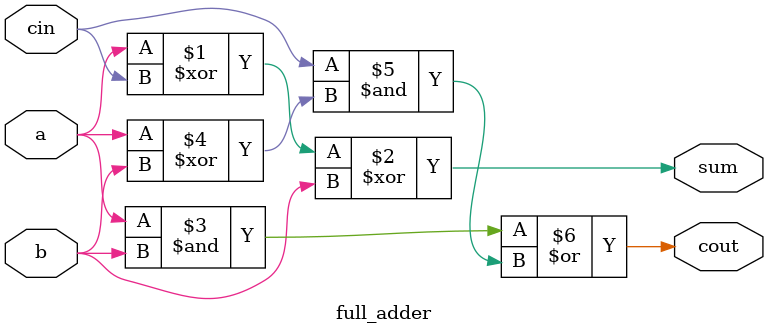
<source format=v>
module full_adder(a, b, cin, sum, cout);
  input a, b;
  input cin;
  output sum, cout;
  
  assign sum = a ^ cin ^ b;
  assign cout = (a & b) | (cin & (a ^ b));
endmodule
</source>
